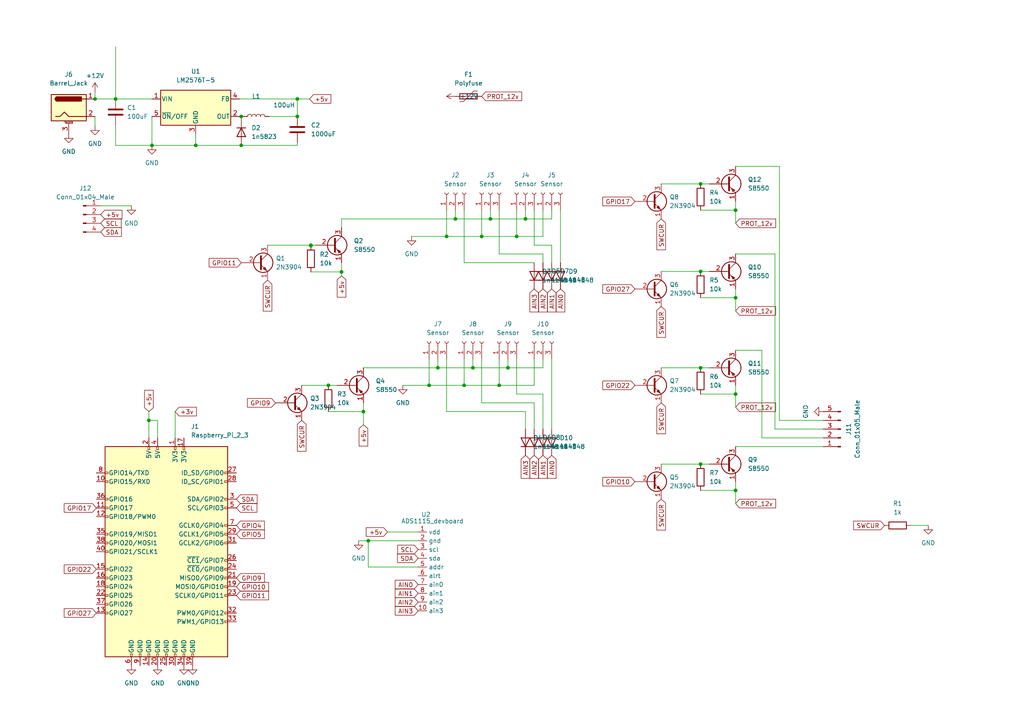
<source format=kicad_sch>
(kicad_sch (version 20211123) (generator eeschema)
  (paper "A4")
  (lib_symbols
    (symbol "Connector:Barrel_Jack_MountingPin" (pin_names hide)
      (property "Reference" "J6" (at 0 9.652 0))
      (property "Value" "Barrel_Jack" (at 0 7.112 0))
      (symbol "Barrel_Jack_MountingPin_0_1"
        (rectangle (start -5.08 3.81) (end 5.08 -3.81) (stroke (width 0.254)) (fill (type background)))
        (arc (start -3.302 3.175) (mid -3.937 2.54) (end -3.302 1.905) (stroke (width 0.254)))
        (arc (start -3.302 3.175) (mid -3.937 2.54) (end -3.302 1.905) (stroke (width 0.254)) (fill (type outline)))
        (polyline (pts (xy 5.08 2.54) (xy 3.81 2.54)) (stroke (width 0.254)))
        (polyline (pts (xy -3.81 -2.54) (xy -2.54 -2.54) (xy -1.27 -1.27) (xy 0 -2.54) (xy 2.54 -2.54) (xy 5.08 -2.54)) (stroke (width 0.254)))
        (rectangle (start 3.683 3.175) (end -3.302 1.905) (stroke (width 0.254)) (fill (type outline)))
      )
      (symbol "Barrel_Jack_MountingPin_1_1"
        (polyline (pts (xy -1.016 -4.572) (xy 1.016 -4.572)) (stroke (width 0.1524)))
        (text "Mounting" (at 0 -4.191 0) (effects (font (size 0.381 0.381))))
        (pin passive line (at 7.62 2.54 180) (length 2.54) (name "~") (number "1"))
        (pin passive line (at 7.62 -2.54 180) (length 2.54) (name "~") (number "2"))
        (pin passive line (at 0 -7.62 90) (length 3.048) (name "MountPin") (number "3"))
      )
    )
    (symbol "Connector:Conn_01x03_Female" (pin_names (offset 1.016) hide)
      (property "Reference" "J" (at 0 5.08 0))
      (property "Value" "Conn_01x03_Female" (at 0 -5.08 0))
      (symbol "Conn_01x03_Female_1_1"
        (arc (start 0 -2.032) (mid -0.508 -2.54) (end 0 -3.048) (stroke (width 0.1524)))
        (polyline (pts (xy -1.27 -2.54) (xy -0.508 -2.54)) (stroke (width 0.1524)))
        (polyline (pts (xy -1.27 0) (xy -0.508 0)) (stroke (width 0.1524)))
        (polyline (pts (xy -1.27 2.54) (xy -0.508 2.54)) (stroke (width 0.1524)))
        (arc (start 0 0.508) (mid -0.508 0) (end 0 -0.508) (stroke (width 0.1524)))
        (arc (start 0 3.048) (mid -0.508 2.54) (end 0 2.032) (stroke (width 0.1524)))
        (pin passive line (at -5.08 2.54 0) (length 3.81) (name "Pin_1") (number "1"))
        (pin passive line (at -5.08 0 0) (length 3.81) (name "Pin_2") (number "2"))
        (pin passive line (at -5.08 -2.54 0) (length 3.81) (name "Pin_3") (number "3"))
      )
    )
    (symbol "Connector:Conn_01x04_Male" (pin_names (offset 1.016) hide)
      (property "Reference" "J" (at 0 5.08 0))
      (property "Value" "Conn_01x04_Male" (at 0 -7.62 0))
      (symbol "Conn_01x04_Male_1_1"
        (polyline (pts (xy 1.27 -5.08) (xy 0.8636 -5.08)) (stroke (width 0.1524)))
        (polyline (pts (xy 1.27 -2.54) (xy 0.8636 -2.54)) (stroke (width 0.1524)))
        (polyline (pts (xy 1.27 0) (xy 0.8636 0)) (stroke (width 0.1524)))
        (polyline (pts (xy 1.27 2.54) (xy 0.8636 2.54)) (stroke (width 0.1524)))
        (rectangle (start 0.8636 -4.953) (end 0 -5.207) (stroke (width 0.1524)) (fill (type outline)))
        (rectangle (start 0.8636 -2.413) (end 0 -2.667) (stroke (width 0.1524)) (fill (type outline)))
        (rectangle (start 0.8636 0.127) (end 0 -0.127) (stroke (width 0.1524)) (fill (type outline)))
        (rectangle (start 0.8636 2.667) (end 0 2.413) (stroke (width 0.1524)) (fill (type outline)))
        (pin passive line (at 5.08 2.54 180) (length 3.81) (name "Pin_1") (number "1"))
        (pin passive line (at 5.08 0 180) (length 3.81) (name "Pin_2") (number "2"))
        (pin passive line (at 5.08 -2.54 180) (length 3.81) (name "Pin_3") (number "3"))
        (pin passive line (at 5.08 -5.08 180) (length 3.81) (name "Pin_4") (number "4"))
      )
    )
    (symbol "Connector:Conn_01x05_Male" (pin_names (offset 1.016) hide)
      (property "Reference" "J" (at 0 7.62 0))
      (property "Value" "Conn_01x05_Male" (at 0 -7.62 0))
      (symbol "Conn_01x05_Male_1_1"
        (polyline (pts (xy 1.27 -5.08) (xy 0.8636 -5.08)) (stroke (width 0.1524)))
        (polyline (pts (xy 1.27 -2.54) (xy 0.8636 -2.54)) (stroke (width 0.1524)))
        (polyline (pts (xy 1.27 0) (xy 0.8636 0)) (stroke (width 0.1524)))
        (polyline (pts (xy 1.27 2.54) (xy 0.8636 2.54)) (stroke (width 0.1524)))
        (polyline (pts (xy 1.27 5.08) (xy 0.8636 5.08)) (stroke (width 0.1524)))
        (rectangle (start 0.8636 -4.953) (end 0 -5.207) (stroke (width 0.1524)) (fill (type outline)))
        (rectangle (start 0.8636 -2.413) (end 0 -2.667) (stroke (width 0.1524)) (fill (type outline)))
        (rectangle (start 0.8636 0.127) (end 0 -0.127) (stroke (width 0.1524)) (fill (type outline)))
        (rectangle (start 0.8636 2.667) (end 0 2.413) (stroke (width 0.1524)) (fill (type outline)))
        (rectangle (start 0.8636 5.207) (end 0 4.953) (stroke (width 0.1524)) (fill (type outline)))
        (pin passive line (at 5.08 5.08 180) (length 3.81) (name "Pin_1") (number "1"))
        (pin passive line (at 5.08 2.54 180) (length 3.81) (name "Pin_2") (number "2"))
        (pin passive line (at 5.08 0 180) (length 3.81) (name "Pin_3") (number "3"))
        (pin passive line (at 5.08 -2.54 180) (length 3.81) (name "Pin_4") (number "4"))
        (pin passive line (at 5.08 -5.08 180) (length 3.81) (name "Pin_5") (number "5"))
      )
    )
    (symbol "Connector:Raspberry_Pi_2_3" (pin_names (offset 1.016))
      (property "Reference" "J" (at -17.78 31.75 0))
      (property "Value" "Raspberry_Pi_2_3" (at 10.16 -31.75 0))
      (symbol "Raspberry_Pi_2_3_0_1"
        (rectangle (start -17.78 30.48) (end 17.78 -30.48) (stroke (width 0.254)) (fill (type background)))
      )
      (symbol "Raspberry_Pi_2_3_1_1"
        (rectangle (start -16.891 -17.526) (end -17.78 -18.034))
        (rectangle (start -16.891 -14.986) (end -17.78 -15.494))
        (rectangle (start -16.891 -12.446) (end -17.78 -12.954))
        (rectangle (start -16.891 -9.906) (end -17.78 -10.414))
        (rectangle (start -16.891 -7.366) (end -17.78 -7.874))
        (rectangle (start -16.891 -4.826) (end -17.78 -5.334))
        (rectangle (start -16.891 0.254) (end -17.78 -0.254))
        (rectangle (start -16.891 2.794) (end -17.78 2.286))
        (rectangle (start -16.891 5.334) (end -17.78 4.826))
        (rectangle (start -16.891 10.414) (end -17.78 9.906))
        (rectangle (start -16.891 12.954) (end -17.78 12.446))
        (rectangle (start -16.891 15.494) (end -17.78 14.986))
        (rectangle (start -16.891 20.574) (end -17.78 20.066))
        (rectangle (start -16.891 23.114) (end -17.78 22.606))
        (rectangle (start -10.414 -29.591) (end -9.906 -30.48))
        (rectangle (start -7.874 -29.591) (end -7.366 -30.48))
        (rectangle (start -5.334 -29.591) (end -4.826 -30.48))
        (rectangle (start -5.334 30.48) (end -4.826 29.591))
        (rectangle (start -2.794 -29.591) (end -2.286 -30.48))
        (rectangle (start -2.794 30.48) (end -2.286 29.591))
        (rectangle (start -0.254 -29.591) (end 0.254 -30.48))
        (rectangle (start 2.286 -29.591) (end 2.794 -30.48))
        (rectangle (start 2.286 30.48) (end 2.794 29.591))
        (rectangle (start 4.826 -29.591) (end 5.334 -30.48))
        (rectangle (start 4.826 30.48) (end 5.334 29.591))
        (rectangle (start 7.366 -29.591) (end 7.874 -30.48))
        (rectangle (start 17.78 -20.066) (end 16.891 -20.574))
        (rectangle (start 17.78 -17.526) (end 16.891 -18.034))
        (rectangle (start 17.78 -12.446) (end 16.891 -12.954))
        (rectangle (start 17.78 -9.906) (end 16.891 -10.414))
        (rectangle (start 17.78 -7.366) (end 16.891 -7.874))
        (rectangle (start 17.78 -4.826) (end 16.891 -5.334))
        (rectangle (start 17.78 -2.286) (end 16.891 -2.794))
        (rectangle (start 17.78 2.794) (end 16.891 2.286))
        (rectangle (start 17.78 5.334) (end 16.891 4.826))
        (rectangle (start 17.78 7.874) (end 16.891 7.366))
        (rectangle (start 17.78 12.954) (end 16.891 12.446))
        (rectangle (start 17.78 15.494) (end 16.891 14.986))
        (rectangle (start 17.78 20.574) (end 16.891 20.066))
        (rectangle (start 17.78 23.114) (end 16.891 22.606))
        (pin power_in line (at 2.54 33.02 270) (length 2.54) (name "3V3") (number "1"))
        (pin bidirectional line (at -20.32 20.32 0) (length 2.54) (name "GPIO15/RXD") (number "10"))
        (pin bidirectional line (at -20.32 12.7 0) (length 2.54) (name "GPIO17") (number "11"))
        (pin bidirectional line (at -20.32 10.16 0) (length 2.54) (name "GPIO18/PWM0") (number "12"))
        (pin bidirectional line (at -20.32 -17.78 0) (length 2.54) (name "GPIO27") (number "13"))
        (pin power_in line (at -5.08 -33.02 90) (length 2.54) (name "GND") (number "14"))
        (pin bidirectional line (at -20.32 -5.08 0) (length 2.54) (name "GPIO22") (number "15"))
        (pin bidirectional line (at -20.32 -7.62 0) (length 2.54) (name "GPIO23") (number "16"))
        (pin power_in line (at 5.08 33.02 270) (length 2.54) (name "3V3") (number "17"))
        (pin bidirectional line (at -20.32 -10.16 0) (length 2.54) (name "GPIO24") (number "18"))
        (pin bidirectional line (at 20.32 -10.16 180) (length 2.54) (name "MOSI0/GPIO10") (number "19"))
        (pin power_in line (at -5.08 33.02 270) (length 2.54) (name "5V") (number "2"))
        (pin power_in line (at -2.54 -33.02 90) (length 2.54) (name "GND") (number "20"))
        (pin bidirectional line (at 20.32 -7.62 180) (length 2.54) (name "MISO0/GPIO9") (number "21"))
        (pin bidirectional line (at -20.32 -12.7 0) (length 2.54) (name "GPIO25") (number "22"))
        (pin bidirectional line (at 20.32 -12.7 180) (length 2.54) (name "SCLK0/GPIO11") (number "23"))
        (pin bidirectional line (at 20.32 -5.08 180) (length 2.54) (name "~{CE0}/GPIO8") (number "24"))
        (pin power_in line (at 0 -33.02 90) (length 2.54) (name "GND") (number "25"))
        (pin bidirectional line (at 20.32 -2.54 180) (length 2.54) (name "~{CE1}/GPIO7") (number "26"))
        (pin bidirectional line (at 20.32 22.86 180) (length 2.54) (name "ID_SD/GPIO0") (number "27"))
        (pin bidirectional line (at 20.32 20.32 180) (length 2.54) (name "ID_SC/GPIO1") (number "28"))
        (pin bidirectional line (at 20.32 5.08 180) (length 2.54) (name "GCLK1/GPIO5") (number "29"))
        (pin bidirectional line (at 20.32 15.24 180) (length 2.54) (name "SDA/GPIO2") (number "3"))
        (pin power_in line (at 2.54 -33.02 90) (length 2.54) (name "GND") (number "30"))
        (pin bidirectional line (at 20.32 2.54 180) (length 2.54) (name "GCLK2/GPIO6") (number "31"))
        (pin bidirectional line (at 20.32 -17.78 180) (length 2.54) (name "PWM0/GPIO12") (number "32"))
        (pin bidirectional line (at 20.32 -20.32 180) (length 2.54) (name "PWM1/GPIO13") (number "33"))
        (pin power_in line (at 5.08 -33.02 90) (length 2.54) (name "GND") (number "34"))
        (pin bidirectional line (at -20.32 5.08 0) (length 2.54) (name "GPIO19/MISO1") (number "35"))
        (pin bidirectional line (at -20.32 15.24 0) (length 2.54) (name "GPIO16") (number "36"))
        (pin bidirectional line (at -20.32 -15.24 0) (length 2.54) (name "GPIO26") (number "37"))
        (pin bidirectional line (at -20.32 2.54 0) (length 2.54) (name "GPIO20/MOSI1") (number "38"))
        (pin power_in line (at 7.62 -33.02 90) (length 2.54) (name "GND") (number "39"))
        (pin power_in line (at -2.54 33.02 270) (length 2.54) (name "5V") (number "4"))
        (pin bidirectional line (at -20.32 0 0) (length 2.54) (name "GPIO21/SCLK1") (number "40"))
        (pin bidirectional line (at 20.32 12.7 180) (length 2.54) (name "SCL/GPIO3") (number "5"))
        (pin power_in line (at -10.16 -33.02 90) (length 2.54) (name "GND") (number "6"))
        (pin bidirectional line (at 20.32 7.62 180) (length 2.54) (name "GCLK0/GPIO4") (number "7"))
        (pin bidirectional line (at -20.32 22.86 0) (length 2.54) (name "GPIO14/TXD") (number "8"))
        (pin power_in line (at -7.62 -33.02 90) (length 2.54) (name "GND") (number "9"))
      )
    )
    (symbol "Custom:ADS1115_devboard"
      (property "Reference" "U" (at 0 2.54 0))
      (property "Value" "ADS1115_devboard" (at 0 0 0))
      (symbol "ADS1115_devboard_0_0"
        (pin power_in line (at 0 -3.81 0) (length 2.54) (name "vdd") (number "1"))
        (pin input line (at 0 -26.67 0) (length 2.54) (name "ain3") (number "10"))
        (pin power_in line (at 0 -6.35 0) (length 2.54) (name "gnd") (number "2"))
        (pin bidirectional line (at 0 -8.89 0) (length 2.54) (name "scl") (number "3"))
        (pin bidirectional line (at 0 -11.43 0) (length 2.54) (name "sda") (number "4"))
        (pin input line (at 0 -13.97 0) (length 2.54) (name "addr") (number "5"))
        (pin output line (at 0 -16.51 0) (length 2.54) (name "alrt") (number "6"))
        (pin input line (at 0 -19.05 0) (length 2.54) (name "ain0") (number "7"))
        (pin input line (at 0 -21.59 0) (length 2.54) (name "ain1") (number "8"))
        (pin input line (at 0 -24.13 0) (length 2.54) (name "ain2") (number "9"))
      )
    )
    (symbol "Device:C" (pin_numbers hide) (pin_names (offset 0.254))
      (property "Reference" "C" (at 0.635 2.54 0))
      (property "Value" "C" (at 0.635 -2.54 0))
      (symbol "C_0_1"
        (polyline (pts (xy -2.032 -0.762) (xy 2.032 -0.762)) (stroke (width 0.508)))
        (polyline (pts (xy -2.032 0.762) (xy 2.032 0.762)) (stroke (width 0.508)))
      )
      (symbol "C_1_1"
        (pin passive line (at 0 3.81 270) (length 2.794) (name "~") (number "1"))
        (pin passive line (at 0 -3.81 90) (length 2.794) (name "~") (number "2"))
      )
    )
    (symbol "Device:D" (pin_numbers hide) (pin_names (offset 1.016) hide)
      (property "Reference" "D" (at 0 2.54 0))
      (property "Value" "D" (at 0 -2.54 0))
      (symbol "D_0_1"
        (polyline (pts (xy -1.27 1.27) (xy -1.27 -1.27)) (stroke (width 0.254)))
        (polyline (pts (xy 1.27 0) (xy -1.27 0)))
        (polyline (pts (xy 1.27 1.27) (xy 1.27 -1.27) (xy -1.27 0) (xy 1.27 1.27)) (stroke (width 0.254)))
      )
      (symbol "D_1_1"
        (pin passive line (at -3.81 0 0) (length 2.54) (name "K") (number "1"))
        (pin passive line (at 3.81 0 180) (length 2.54) (name "A") (number "2"))
      )
    )
    (symbol "Device:L" (pin_numbers hide) (pin_names (offset 1.016) hide)
      (property "Reference" "L" (at -1.27 0 90))
      (property "Value" "L" (at 1.905 0 90))
      (symbol "L_0_1"
        (arc (start 0 -2.54) (mid 0.635 -1.905) (end 0 -1.27))
        (arc (start 0 -1.27) (mid 0.635 -0.635) (end 0 0))
        (arc (start 0 0) (mid 0.635 0.635) (end 0 1.27))
        (arc (start 0 1.27) (mid 0.635 1.905) (end 0 2.54))
      )
      (symbol "L_1_1"
        (pin passive line (at 0 3.81 270) (length 1.27) (name "1") (number "1"))
        (pin passive line (at 0 -3.81 90) (length 1.27) (name "2") (number "2"))
      )
    )
    (symbol "Device:Polyfuse" (pin_numbers hide) (pin_names (offset 0))
      (property "Reference" "F" (at -2.54 0 90))
      (property "Value" "Polyfuse" (at 2.54 0 90))
      (symbol "Polyfuse_0_1"
        (rectangle (start -0.762 2.54) (end 0.762 -2.54) (stroke (width 0.254)))
        (polyline (pts (xy 0 2.54) (xy 0 -2.54)))
        (polyline (pts (xy -1.524 2.54) (xy -1.524 1.524) (xy 1.524 -1.524) (xy 1.524 -2.54)))
      )
      (symbol "Polyfuse_1_1"
        (pin passive line (at 0 3.81 270) (length 1.27) (name "~") (number "1"))
        (pin passive line (at 0 -3.81 90) (length 1.27) (name "~") (number "2"))
      )
    )
    (symbol "Device:R" (pin_numbers hide) (pin_names (offset 0))
      (property "Reference" "R" (at 2.032 0 90))
      (property "Value" "R" (at 0 0 90))
      (symbol "R_0_1"
        (rectangle (start -1.016 -2.54) (end 1.016 2.54) (stroke (width 0.254)))
      )
      (symbol "R_1_1"
        (pin passive line (at 0 3.81 270) (length 1.27) (name "~") (number "1"))
        (pin passive line (at 0 -3.81 90) (length 1.27) (name "~") (number "2"))
      )
    )
    (symbol "Regulator_Switching:LM2576T-5" (pin_names (offset 0.254))
      (property "Reference" "U" (at -10.16 6.35 0))
      (property "Value" "LM2576T-5" (at 0 6.35 0))
      (symbol "LM2576T-5_0_1"
        (rectangle (start -10.16 5.08) (end 10.16 -5.08) (stroke (width 0.254)) (fill (type background)))
      )
      (symbol "LM2576T-5_1_1"
        (pin power_in line (at -12.7 2.54 0) (length 2.54) (name "VIN") (number "1"))
        (pin output line (at 12.7 -2.54 180) (length 2.54) (name "OUT") (number "2"))
        (pin power_in line (at 0 -7.62 90) (length 2.54) (name "GND") (number "3"))
        (pin input line (at 12.7 2.54 180) (length 2.54) (name "FB") (number "4"))
        (pin input line (at -12.7 -2.54 0) (length 2.54) (name "~{ON}/OFF") (number "5"))
      )
    )
    (symbol "Transistor_BJT:2N3904" (pin_names (offset 0) hide)
      (property "Reference" "Q" (at 5.08 1.905 0))
      (property "Value" "2N3904" (at 5.08 0 0))
      (symbol "2N3904_0_1"
        (polyline (pts (xy 0.635 0.635) (xy 2.54 2.54)))
        (polyline (pts (xy 0.635 -0.635) (xy 2.54 -2.54) (xy 2.54 -2.54)))
        (polyline (pts (xy 0.635 1.905) (xy 0.635 -1.905) (xy 0.635 -1.905)) (stroke (width 0.508)))
        (polyline (pts (xy 1.27 -1.778) (xy 1.778 -1.27) (xy 2.286 -2.286) (xy 1.27 -1.778) (xy 1.27 -1.778)) (fill (type outline)))
        (circle (center 1.27 0) (radius 2.8194) (stroke (width 0.254)))
      )
      (symbol "2N3904_1_1"
        (pin passive line (at 2.54 -5.08 90) (length 2.54) (name "E") (number "1"))
        (pin passive line (at -5.08 0 0) (length 5.715) (name "B") (number "2"))
        (pin passive line (at 2.54 5.08 270) (length 2.54) (name "C") (number "3"))
      )
    )
    (symbol "Transistor_BJT:S8550" (pin_names (offset 0) hide)
      (property "Reference" "Q" (at 5.08 1.905 0))
      (property "Value" "S8550" (at 5.08 0 0))
      (symbol "S8550_0_1"
        (polyline (pts (xy 0 0) (xy 0.635 0)))
        (polyline (pts (xy 2.54 -2.54) (xy 0.635 -0.635)))
        (polyline (pts (xy 2.54 2.54) (xy 0.635 0.635)))
        (polyline (pts (xy 0.635 1.905) (xy 0.635 -1.905) (xy 0.635 -1.905)) (stroke (width 0.508)) (fill (type outline)))
        (polyline (pts (xy 1.778 -2.286) (xy 2.286 -1.778) (xy 1.27 -1.27) (xy 1.778 -2.286) (xy 1.778 -2.286)) (fill (type outline)))
        (circle (center 1.27 0) (radius 2.8194) (stroke (width 0.254)))
      )
      (symbol "S8550_1_1"
        (pin passive line (at 2.54 -5.08 90) (length 2.54) (name "E") (number "1"))
        (pin input line (at -5.08 0 0) (length 5.08) (name "B") (number "2"))
        (pin passive line (at 2.54 5.08 270) (length 2.54) (name "C") (number "3"))
      )
    )
    (symbol "power:+12V" (power) (pin_names (offset 0))
      (property "Value" "+12V" (at 0 3.556 0))
      (symbol "+12V_0_1"
        (polyline (pts (xy -0.762 1.27) (xy 0 2.54)))
        (polyline (pts (xy 0 0) (xy 0 2.54)))
        (polyline (pts (xy 0 2.54) (xy 0.762 1.27)))
      )
      (symbol "+12V_1_1"
        (pin power_in line (at 0 0 90) (length 0) hide (name "+12V") (number "1"))
      )
    )
    (symbol "power:GND" (power) (pin_names (offset 0))
      (property "Value" "GND" (at 0 -3.81 0))
      (symbol "GND_0_1"
        (polyline (pts (xy 0 0) (xy 0 -1.27) (xy 1.27 -1.27) (xy 0 -2.54) (xy -1.27 -1.27) (xy 0 -1.27)))
      )
      (symbol "GND_1_1"
        (pin power_in line (at 0 0 270) (length 0) hide (name "GND") (number "1"))
      )
    )
  )
  (junction (at 144.78 111.76))
  (junction (at 56.769 42.164))
  (junction (at 99.06 78.867))
  (junction (at 203.2 53.34))
  (junction (at 213.36 60.96))
  (junction (at 213.36 86.36))
  (junction (at 147.32 106.68))
  (junction (at 137.16 106.68))
  (junction (at 69.977 33.782))
  (junction (at 129.54 68.58))
  (junction (at 213.36 142.24))
  (junction (at 86.233 33.782))
  (junction (at 105.41 119.38))
  (junction (at 132.08 63.5))
  (junction (at 203.2 134.62))
  (junction (at 142.24 63.5))
  (junction (at 106.807 156.845))
  (junction (at 90.17 71.12))
  (junction (at 127 106.68))
  (junction (at 69.977 42.164))
  (junction (at 203.2 106.68))
  (junction (at 139.7 68.58))
  (junction (at 203.2 78.74))
  (junction (at 27.559 28.702))
  (junction (at 124.46 111.76))
  (junction (at 149.86 68.58))
  (junction (at 213.36 114.3))
  (junction (at 86.233 28.702))
  (junction (at 44.069 42.164))
  (junction (at 95.25 111.76))
  (junction (at 43.18 121.92))
  (junction (at 152.4 63.5))
  (junction (at 134.62 111.76))
  (junction (at 33.528 28.702))
  (junction (at 90.17 71.247))
  (wire (pts (xy 213.36 114.3) (xy 213.36 111.76)))
  (wire (pts (xy 203.2 60.96) (xy 213.36 60.96)))
  (wire (pts (xy 104.013 156.845) (xy 106.807 156.845)))
  (wire (pts (xy 213.36 142.24) (xy 213.36 139.7)))
  (wire (pts (xy 191.77 53.34) (xy 203.2 53.34)))
  (wire (pts (xy 137.16 106.68) (xy 147.32 106.68)))
  (wire (pts (xy 95.25 111.76) (xy 97.79 111.76)))
  (wire (pts (xy 69.977 33.782) (xy 69.977 34.544)))
  (wire (pts (xy 129.54 104.14) (xy 129.54 119.38)))
  (wire (pts (xy 157.48 76.2) (xy 157.48 73.66)))
  (wire (pts (xy 213.36 129.54) (xy 238.76 129.54)))
  (wire (pts (xy 87.503 111.76) (xy 95.25 111.76)))
  (wire (pts (xy 45.72 121.92) (xy 43.18 121.92)))
  (wire (pts (xy 157.48 114.3) (xy 157.48 124.46)))
  (wire (pts (xy 203.2 142.24) (xy 213.36 142.24)))
  (wire (pts (xy 238.76 121.92) (xy 226.06 121.92)))
  (wire (pts (xy 99.06 76.2) (xy 99.06 78.867)))
  (wire (pts (xy 33.528 42.164) (xy 44.069 42.164)))
  (wire (pts (xy 106.807 164.465) (xy 121.285 164.465)))
  (wire (pts (xy 99.06 63.5) (xy 132.08 63.5)))
  (wire (pts (xy 149.86 68.58) (xy 149.86 60.96)))
  (wire (pts (xy 157.48 104.14) (xy 157.48 106.68)))
  (wire (pts (xy 203.2 134.62) (xy 205.74 134.62)))
  (wire (pts (xy 203.2 106.68) (xy 205.74 106.68)))
  (wire (pts (xy 152.4 63.5) (xy 160.02 63.5)))
  (wire (pts (xy 105.41 123.19) (xy 105.41 119.38)))
  (wire (pts (xy 44.069 42.164) (xy 56.769 42.164)))
  (wire (pts (xy 124.46 111.76) (xy 134.62 111.76)))
  (wire (pts (xy 86.233 41.402) (xy 86.233 42.164)))
  (wire (pts (xy 132.08 60.96) (xy 132.08 63.5)))
  (wire (pts (xy 220.98 101.6) (xy 220.98 127)))
  (wire (pts (xy 43.18 121.92) (xy 43.18 127)))
  (wire (pts (xy 137.16 104.14) (xy 137.16 106.68)))
  (wire (pts (xy 44.069 33.782) (xy 44.069 42.164)))
  (wire (pts (xy 69.469 33.782) (xy 69.977 33.782)))
  (wire (pts (xy 134.62 76.2) (xy 134.62 60.96)))
  (wire (pts (xy 56.769 42.164) (xy 69.977 42.164)))
  (wire (pts (xy 160.02 104.14) (xy 160.02 124.46)))
  (wire (pts (xy 203.2 53.34) (xy 205.74 53.34)))
  (wire (pts (xy 157.48 68.58) (xy 157.48 60.96)))
  (wire (pts (xy 86.233 28.702) (xy 86.233 33.782)))
  (wire (pts (xy 191.77 106.68) (xy 203.2 106.68)))
  (wire (pts (xy 203.2 78.74) (xy 205.74 78.74)))
  (wire (pts (xy 33.528 28.702) (xy 44.069 28.702)))
  (wire (pts (xy 213.36 86.36) (xy 213.36 83.82)))
  (wire (pts (xy 95.25 119.38) (xy 105.41 119.38)))
  (wire (pts (xy 99.06 78.867) (xy 99.06 80.01)))
  (wire (pts (xy 106.807 156.845) (xy 121.285 156.845)))
  (wire (pts (xy 29.21 59.69) (xy 38.1 59.69)))
  (wire (pts (xy 213.36 73.66) (xy 224.771 73.66)))
  (wire (pts (xy 149.86 104.14) (xy 149.86 114.3)))
  (wire (pts (xy 112.395 154.305) (xy 121.285 154.305)))
  (wire (pts (xy 154.94 76.2) (xy 134.62 76.2)))
  (wire (pts (xy 50.8 119.38) (xy 50.8 127)))
  (wire (pts (xy 139.7 68.58) (xy 139.7 60.96)))
  (wire (pts (xy 226.06 121.92) (xy 226.06 48.26)))
  (wire (pts (xy 147.32 106.68) (xy 157.48 106.68)))
  (wire (pts (xy 90.17 71.12) (xy 91.44 71.12)))
  (wire (pts (xy 147.32 104.14) (xy 147.32 106.68)))
  (wire (pts (xy 77.597 71.12) (xy 90.17 71.12)))
  (wire (pts (xy 160.02 60.96) (xy 160.02 63.5)))
  (wire (pts (xy 142.24 60.96) (xy 142.24 63.5)))
  (wire (pts (xy 144.78 111.76) (xy 144.78 104.14)))
  (wire (pts (xy 86.233 42.164) (xy 69.977 42.164)))
  (wire (pts (xy 129.54 68.58) (xy 139.7 68.58)))
  (wire (pts (xy 160.02 71.12) (xy 154.94 71.12)))
  (wire (pts (xy 129.54 68.58) (xy 129.54 60.96)))
  (wire (pts (xy 139.7 104.14) (xy 139.7 116.84)))
  (wire (pts (xy 152.4 119.38) (xy 152.4 124.46)))
  (wire (pts (xy 213.36 101.6) (xy 220.98 101.6)))
  (wire (pts (xy 90.17 71.247) (xy 90.17 71.12)))
  (wire (pts (xy 134.62 111.76) (xy 144.78 111.76)))
  (wire (pts (xy 116.84 111.76) (xy 124.46 111.76)))
  (wire (pts (xy 27.559 28.702) (xy 33.528 28.702)))
  (wire (pts (xy 33.528 36.322) (xy 33.528 42.164)))
  (wire (pts (xy 27.559 33.782) (xy 27.559 36.576)))
  (wire (pts (xy 139.7 68.58) (xy 149.86 68.58)))
  (wire (pts (xy 99.06 63.5) (xy 99.06 66.04)))
  (wire (pts (xy 86.233 28.702) (xy 89.789 28.702)))
  (wire (pts (xy 213.36 60.96) (xy 213.36 64.77)))
  (wire (pts (xy 203.2 86.36) (xy 213.36 86.36)))
  (wire (pts (xy 226.06 48.26) (xy 213.36 48.26)))
  (wire (pts (xy 134.62 111.76) (xy 134.62 104.14)))
  (wire (pts (xy 149.86 114.3) (xy 157.48 114.3)))
  (wire (pts (xy 142.24 63.5) (xy 152.4 63.5)))
  (wire (pts (xy 213.36 58.42) (xy 213.36 60.96)))
  (wire (pts (xy 132.08 63.5) (xy 142.24 63.5)))
  (wire (pts (xy 224.771 124.46) (xy 238.76 124.46)))
  (wire (pts (xy 203.2 114.3) (xy 213.36 114.3)))
  (wire (pts (xy 264.16 152.4) (xy 269.24 152.4)))
  (wire (pts (xy 45.72 127) (xy 45.72 121.92)))
  (wire (pts (xy 154.94 71.12) (xy 154.94 60.96)))
  (wire (pts (xy 162.56 60.96) (xy 162.56 76.2)))
  (wire (pts (xy 191.77 134.62) (xy 203.2 134.62)))
  (wire (pts (xy 224.771 73.66) (xy 224.771 124.46)))
  (wire (pts (xy 127 106.68) (xy 137.16 106.68)))
  (wire (pts (xy 144.78 111.76) (xy 154.94 111.76)))
  (wire (pts (xy 160.02 76.2) (xy 160.02 71.12)))
  (wire (pts (xy 90.17 78.867) (xy 99.06 78.867)))
  (wire (pts (xy 56.769 38.862) (xy 56.769 42.164)))
  (wire (pts (xy 86.233 33.782) (xy 78.105 33.782)))
  (wire (pts (xy 157.48 73.66) (xy 144.78 73.66)))
  (wire (pts (xy 124.46 111.76) (xy 124.46 104.14)))
  (wire (pts (xy 154.94 116.84) (xy 154.94 124.46)))
  (wire (pts (xy 33.528 13.589) (xy 33.528 28.702)))
  (wire (pts (xy 213.36 90.17) (xy 213.36 86.36)))
  (wire (pts (xy 43.18 119.38) (xy 43.18 121.92)))
  (wire (pts (xy 127 104.14) (xy 127 106.68)))
  (wire (pts (xy 105.41 106.68) (xy 127 106.68)))
  (wire (pts (xy 139.7 116.84) (xy 154.94 116.84)))
  (wire (pts (xy 191.77 78.74) (xy 203.2 78.74)))
  (wire (pts (xy 69.977 33.782) (xy 70.485 33.782)))
  (wire (pts (xy 27.559 26.543) (xy 27.559 28.702)))
  (wire (pts (xy 154.94 111.76) (xy 154.94 104.14)))
  (wire (pts (xy 106.807 156.845) (xy 106.807 164.465)))
  (wire (pts (xy 105.41 119.38) (xy 105.41 116.84)))
  (wire (pts (xy 119.38 68.58) (xy 129.54 68.58)))
  (wire (pts (xy 213.36 146.05) (xy 213.36 142.24)))
  (wire (pts (xy 220.98 127) (xy 238.76 127)))
  (wire (pts (xy 149.86 68.58) (xy 157.48 68.58)))
  (wire (pts (xy 129.54 119.38) (xy 152.4 119.38)))
  (wire (pts (xy 144.78 73.66) (xy 144.78 60.96)))
  (wire (pts (xy 152.4 60.96) (xy 152.4 63.5)))
  (wire (pts (xy 69.469 28.702) (xy 86.233 28.702)))
  (wire (pts (xy 213.36 118.11) (xy 213.36 114.3)))
  (global_label "GPIO9" (shape input) (at 68.58 167.64 0) (property "Intersheet References" "${INTERSHEET_REFS}" (effects hide)))
  (global_label "SWCUR" (shape input) (at 191.77 116.84 270) (property "Intersheet References" "${INTERSHEET_REFS}" (effects hide)))
  (global_label "PROT_12v" (shape input) (at 213.36 64.77 0) (property "Intersheet References" "${INTERSHEET_REFS}" (effects hide)))
  (global_label "PROT_12v" (shape input) (at 213.36 146.05 0) (property "Intersheet References" "${INTERSHEET_REFS}" (effects hide)))
  (global_label "SCL" (shape input) (at 121.285 159.385 180) (property "Intersheet References" "${INTERSHEET_REFS}" (effects hide)))
  (global_label "AIN1" (shape input) (at 160.02 83.82 270) (property "Intersheet References" "${INTERSHEET_REFS}" (effects hide)))
  (global_label "AIN0" (shape input) (at 121.285 169.545 180) (property "Intersheet References" "${INTERSHEET_REFS}" (effects hide)))
  (global_label "GPIO22" (shape input) (at 27.94 165.1 180) (property "Intersheet References" "${INTERSHEET_REFS}" (effects hide)))
  (global_label "GPIO27" (shape input) (at 184.15 83.82 180) (property "Intersheet References" "${INTERSHEET_REFS}" (effects hide)))
  (global_label "GPIO5" (shape input) (at 68.58 154.94 0) (property "Intersheet References" "${INTERSHEET_REFS}" (effects hide)))
  (global_label "GPIO11" (shape input) (at 68.58 172.72 0) (property "Intersheet References" "${INTERSHEET_REFS}" (effects hide)))
  (global_label "GPIO10" (shape input) (at 184.15 139.7 180) (property "Intersheet References" "${INTERSHEET_REFS}" (effects hide)))
  (global_label "GPIO9" (shape input) (at 79.883 116.84 180) (property "Intersheet References" "${INTERSHEET_REFS}" (effects hide)))
  (global_label "+3v" (shape input) (at 50.8 119.38 0) (property "Intersheet References" "${INTERSHEET_REFS}" (effects hide)))
  (global_label "AIN3" (shape input) (at 121.285 177.165 180) (property "Intersheet References" "${INTERSHEET_REFS}" (effects hide)))
  (global_label "AIN1" (shape input) (at 157.48 132.08 270) (property "Intersheet References" "${INTERSHEET_REFS}" (effects hide)))
  (global_label "AIN0" (shape input) (at 162.56 83.82 270) (property "Intersheet References" "${INTERSHEET_REFS}" (effects hide)))
  (global_label "PROT_12v" (shape input) (at 139.7 27.94 0) (property "Intersheet References" "${INTERSHEET_REFS}" (effects hide)))
  (global_label "+5v" (shape input) (at 112.395 154.305 180) (property "Intersheet References" "${INTERSHEET_REFS}" (effects hide)))
  (global_label "+5v" (shape input) (at 105.41 123.19 270) (property "Intersheet References" "${INTERSHEET_REFS}" (effects hide)))
  (global_label "PROT_12v" (shape input) (at 213.36 90.17 0) (property "Intersheet References" "${INTERSHEET_REFS}" (effects hide)))
  (global_label "SCL" (shape input) (at 29.21 64.77 0) (property "Intersheet References" "${INTERSHEET_REFS}" (effects hide)))
  (global_label "GPIO22" (shape input) (at 184.15 111.76 180) (property "Intersheet References" "${INTERSHEET_REFS}" (effects hide)))
  (global_label "AIN2" (shape input) (at 154.94 132.08 270) (property "Intersheet References" "${INTERSHEET_REFS}" (effects hide)))
  (global_label "+5v" (shape input) (at 99.06 80.01 270) (property "Intersheet References" "${INTERSHEET_REFS}" (effects hide)))
  (global_label "SDA" (shape input) (at 121.285 161.925 180) (property "Intersheet References" "${INTERSHEET_REFS}" (effects hide)))
  (global_label "AIN2" (shape input) (at 121.285 174.625 180) (property "Intersheet References" "${INTERSHEET_REFS}" (effects hide)))
  (global_label "AIN0" (shape input) (at 160.02 132.08 270) (property "Intersheet References" "${INTERSHEET_REFS}" (effects hide)))
  (global_label "AIN3" (shape input) (at 154.94 83.82 270) (property "Intersheet References" "${INTERSHEET_REFS}" (effects hide)))
  (global_label "+5v" (shape input) (at 43.18 119.38 90) (property "Intersheet References" "${INTERSHEET_REFS}" (effects hide)))
  (global_label "SDA" (shape input) (at 68.58 144.78 0) (property "Intersheet References" "${INTERSHEET_REFS}" (effects hide)))
  (global_label "SWCUR" (shape input) (at 256.54 152.4 180) (property "Intersheet References" "${INTERSHEET_REFS}" (effects hide)))
  (global_label "GPIO10" (shape input) (at 68.58 170.18 0) (property "Intersheet References" "${INTERSHEET_REFS}" (effects hide)))
  (global_label "AIN1" (shape input) (at 121.285 172.085 180) (property "Intersheet References" "${INTERSHEET_REFS}" (effects hide)))
  (global_label "+5v" (shape input) (at 89.789 28.702 0) (property "Intersheet References" "${INTERSHEET_REFS}" (effects hide)))
  (global_label "SWCUR" (shape input) (at 77.597 81.28 270) (property "Intersheet References" "${INTERSHEET_REFS}" (effects hide)))
  (global_label "GPIO27" (shape input) (at 27.94 177.8 180) (property "Intersheet References" "${INTERSHEET_REFS}" (effects hide)))
  (global_label "GPIO11" (shape input) (at 69.977 76.2 180) (property "Intersheet References" "${INTERSHEET_REFS}" (effects hide)))
  (global_label "AIN2" (shape input) (at 157.48 83.82 270) (property "Intersheet References" "${INTERSHEET_REFS}" (effects hide)))
  (global_label "SWCUR" (shape input) (at 191.77 88.9 270) (property "Intersheet References" "${INTERSHEET_REFS}" (effects hide)))
  (global_label "GPIO17" (shape input) (at 184.15 58.42 180) (property "Intersheet References" "${INTERSHEET_REFS}" (effects hide)))
  (global_label "PROT_12v" (shape input) (at 213.36 118.11 0) (property "Intersheet References" "${INTERSHEET_REFS}" (effects hide)))
  (global_label "GPIO17" (shape input) (at 27.94 147.32 180) (property "Intersheet References" "${INTERSHEET_REFS}" (effects hide)))
  (global_label "SWCUR" (shape input) (at 191.77 144.78 270) (property "Intersheet References" "${INTERSHEET_REFS}" (effects hide)))
  (global_label "SWCUR" (shape input) (at 87.503 121.92 270) (property "Intersheet References" "${INTERSHEET_REFS}" (effects hide)))
  (global_label "SWCUR" (shape input) (at 191.77 63.5 270) (property "Intersheet References" "${INTERSHEET_REFS}" (effects hide)))
  (global_label "SCL" (shape input) (at 68.58 147.32 0) (property "Intersheet References" "${INTERSHEET_REFS}" (effects hide)))
  (global_label "+5v" (shape input) (at 29.21 62.23 0) (property "Intersheet References" "${INTERSHEET_REFS}" (effects hide)))
  (global_label "AIN3" (shape input) (at 152.4 132.08 270) (property "Intersheet References" "${INTERSHEET_REFS}" (effects hide)))
  (global_label "GPIO4" (shape input) (at 68.58 152.4 0) (property "Intersheet References" "${INTERSHEET_REFS}" (effects hide)))
  (global_label "SDA" (shape input) (at 29.21 67.31 0) (property "Intersheet References" "${INTERSHEET_REFS}" (effects hide)))
  (symbol (lib_id "Connector:Conn_01x03_Female") (at 147.32 99.06 90) (unit 1)
    (property "Reference" "J9" (at 147.32 93.98 90))
    (property "Value" "Sensor" (at 147.32 96.52 90))
    (property "Footprint" "Connector_PinHeader_2.54mm:PinHeader_1x03_P2.54mm_Vertical" (effects hide))
  )
  (symbol (lib_id "Connector:Conn_01x03_Female") (at 132.08 55.88 90) (unit 1)
    (property "Reference" "J2" (at 132.08 50.8 90))
    (property "Value" "Sensor" (at 132.08 53.34 90))
    (property "Footprint" "Connector_PinHeader_2.54mm:PinHeader_1x03_P2.54mm_Vertical" (effects hide))
  )
  (symbol (lib_id "Transistor_BJT:S8550") (at 210.82 53.34 0) (unit 1)
    (property "Reference" "Q12" (at 216.916 52.0699 0) (effects (justify left)))
    (property "Value" "S8550" (at 216.916 54.6099 0) (effects (justify left)))
    (property "Footprint" "Package_TO_SOT_THT:TO-92_Inline" (effects hide))
    (property "Datasheet" "http://www.unisonic.com.tw/datasheet/S8550.pdf" (effects hide))
  )
  (symbol (lib_id "Connector:Barrel_Jack_MountingPin") (at 19.939 31.242 0) (unit 1)
    (property "Reference" "J6" (at 19.939 21.59 0))
    (property "Value" "Barrel_Jack" (at 19.939 24.13 0))
    (property "Footprint" "Connector_BarrelJack:BarrelJack_CUI_PJ-102AH_Horizontal" (effects hide))
  )
  (symbol (lib_id "Connector:Conn_01x03_Female") (at 157.48 99.06 90) (unit 1)
    (property "Reference" "J10" (at 157.48 93.98 90))
    (property "Value" "Sensor" (at 157.48 96.52 90))
    (property "Footprint" "Connector_PinHeader_2.54mm:PinHeader_1x03_P2.54mm_Vertical" (effects hide))
  )
  (symbol (lib_id "power:GND") (at 38.1 59.69 0) (unit 1)
    (property "Reference" "#PWR0115" (effects hide))
    (property "Value" "GND" (at 38.1 64.77 0))
  )
  (symbol (lib_id "Connector:Conn_01x03_Female") (at 137.16 99.06 90) (unit 1)
    (property "Reference" "J8" (at 137.16 93.98 90))
    (property "Value" "Sensor" (at 137.16 96.52 90))
    (property "Footprint" "Connector_PinHeader_2.54mm:PinHeader_1x03_P2.54mm_Vertical" (effects hide))
  )
  (symbol (lib_id "power:GND") (at 19.939 38.862 0) (unit 1)
    (property "Reference" "#PWR0108" (effects hide))
    (property "Value" "GND" (at 19.939 43.942 0))
  )
  (symbol (lib_id "Connector:Conn_01x03_Female") (at 142.24 55.88 90) (unit 1)
    (property "Reference" "J3" (at 142.24 50.8 90))
    (property "Value" "Sensor" (at 142.24 53.34 90))
    (property "Footprint" "Connector_PinHeader_2.54mm:PinHeader_1x03_P2.54mm_Vertical" (effects hide))
  )
  (symbol (lib_id "power:GND") (at 269.24 152.4 0) (unit 1)
    (property "Reference" "#PWR0106" (effects hide))
    (property "Value" "GND" (at 269.24 157.48 0))
  )
  (symbol (lib_id "power:GND") (at 45.72 193.04 0) (unit 1)
    (property "Reference" "#PWR0114" (effects hide))
    (property "Value" "GND" (at 45.72 198.12 0))
  )
  (symbol (lib_id "Device:L") (at 74.295 33.782 90) (unit 1)
    (property "Reference" "L1" (at 74.295 27.94 90))
    (property "Value" "100uH" (at 82.423 30.48 90))
    (property "Footprint" "Inductor_THT:L_Radial_D12.0mm_P10.00mm_Neosid_SD12_style1" (effects hide))
  )
  (symbol (lib_id "Transistor_BJT:2N3904") (at 75.057 76.2 0) (unit 1)
    (property "Reference" "Q1" (at 80.01 74.9299 0) (effects (justify left)))
    (property "Value" "2N3904" (at 80.01 77.4699 0) (effects (justify left)))
    (property "Footprint" "Package_TO_SOT_THT:TO-92_Inline" (effects hide))
    (property "Datasheet" "https://www.onsemi.com/pub/Collateral/2N3903-D.PDF" (effects hide))
  )
  (symbol (lib_id "Device:R") (at 203.2 57.15 0) (unit 1)
    (property "Reference" "R4" (at 205.74 55.8799 0) (effects (justify left)))
    (property "Value" "10k" (at 205.74 58.4199 0) (effects (justify left)))
    (property "Footprint" "Resistor_THT:R_Axial_DIN0204_L3.6mm_D1.6mm_P7.62mm_Horizontal" (effects hide))
  )
  (symbol (lib_id "Device:D") (at 160.02 80.01 90) (unit 1)
    (property "Reference" "D7" (at 162.433 78.6129 90) (effects (justify right)))
    (property "Value" "1n4148" (at 162.433 81.1529 90) (effects (justify right)))
    (property "Footprint" "Diode_THT:D_DO-35_SOD27_P7.62mm_Horizontal" (effects hide))
  )
  (symbol (lib_id "Custom:ADS1115_devboard") (at 121.285 150.495 0) (unit 1)
    (property "Reference" "U2" (at 122.174 149.225 0) (effects (justify left)))
    (property "Value" "ADS1115_devboard" (at 116.332 151.13 0) (effects (justify left)))
    (property "Footprint" "Connector_PinSocket_2.54mm:PinSocket_1x10_P2.54mm_Vertical" (effects hide))
  )
  (symbol (lib_id "power:GND") (at 116.84 111.76 0) (unit 1)
    (property "Reference" "#PWR0104" (effects hide))
    (property "Value" "GND" (at 116.84 116.84 0))
  )
  (symbol (lib_id "Transistor_BJT:2N3904") (at 189.23 139.7 0) (unit 1)
    (property "Reference" "Q5" (at 194.183 138.4299 0) (effects (justify left)))
    (property "Value" "2N3904" (at 194.183 140.9699 0) (effects (justify left)))
    (property "Footprint" "Package_TO_SOT_THT:TO-92_Inline" (effects hide))
    (property "Datasheet" "https://www.onsemi.com/pub/Collateral/2N3903-D.PDF" (effects hide))
  )
  (symbol (lib_id "Device:R") (at 203.2 110.49 0) (unit 1)
    (property "Reference" "R6" (at 205.74 109.2199 0) (effects (justify left)))
    (property "Value" "10k" (at 205.74 111.7599 0) (effects (justify left)))
    (property "Footprint" "Resistor_THT:R_Axial_DIN0204_L3.6mm_D1.6mm_P7.62mm_Horizontal" (effects hide))
  )
  (symbol (lib_id "power:GND") (at 38.1 193.04 0) (unit 1)
    (property "Reference" "#PWR0102" (effects hide))
    (property "Value" "GND" (at 38.1 198.12 0))
  )
  (symbol (lib_id "Connector:Conn_01x03_Female") (at 160.02 55.88 90) (unit 1)
    (property "Reference" "J5" (at 160.02 50.8 90))
    (property "Value" "Sensor" (at 160.02 53.34 90))
    (property "Footprint" "Connector_PinHeader_2.54mm:PinHeader_1x03_P2.54mm_Vertical" (effects hide))
  )
  (symbol (lib_id "Device:C") (at 33.528 32.512 0) (unit 1)
    (property "Reference" "C1" (at 36.83 31.2419 0) (effects (justify left)))
    (property "Value" "100uF" (at 36.83 33.7819 0) (effects (justify left)))
    (property "Footprint" "Capacitor_THT:CP_Radial_D5.0mm_P2.50mm" (effects hide))
  )
  (symbol (lib_id "power:GND") (at 44.069 42.164 0) (unit 1)
    (property "Reference" "#PWR0111" (effects hide))
    (property "Value" "GND" (at 44.069 47.244 0))
  )
  (symbol (lib_id "Connector:Conn_01x03_Female") (at 127 99.06 90) (unit 1)
    (property "Reference" "J7" (at 127 93.98 90))
    (property "Value" "Sensor" (at 127 96.52 90))
    (property "Footprint" "Connector_PinHeader_2.54mm:PinHeader_1x03_P2.54mm_Vertical" (effects hide))
  )
  (symbol (lib_id "Regulator_Switching:LM2576T-5") (at 56.769 31.242 0) (unit 1)
    (property "Reference" "U1" (at 56.769 20.701 0))
    (property "Value" "LM2576T-5" (at 56.769 23.241 0))
    (property "Footprint" "Package_TO_SOT_THT:TO-220-5_Vertical" (effects hide))
    (property "Datasheet" "http://www.ti.com/lit/ds/symlink/lm2576.pdf" (effects hide))
  )
  (symbol (lib_id "Device:D") (at 152.4 128.27 90) (unit 1)
    (property "Reference" "D4" (at 154.686 126.9999 90) (effects (justify right)))
    (property "Value" "1n4148" (at 154.686 129.5399 90) (effects (justify right)))
    (property "Footprint" "Diode_THT:D_DO-35_SOD27_P7.62mm_Horizontal" (effects hide))
  )
  (symbol (lib_id "Device:D") (at 157.48 128.27 90) (unit 1)
    (property "Reference" "D8" (at 159.893 126.8729 90) (effects (justify right)))
    (property "Value" "1n4148" (at 159.893 129.4129 90) (effects (justify right)))
    (property "Footprint" "Diode_THT:D_DO-35_SOD27_P7.62mm_Horizontal" (effects hide))
  )
  (symbol (lib_id "Transistor_BJT:S8550") (at 210.82 78.74 0) (unit 1)
    (property "Reference" "Q10" (at 216.916 77.4699 0) (effects (justify left)))
    (property "Value" "S8550" (at 216.916 80.0099 0) (effects (justify left)))
    (property "Footprint" "Package_TO_SOT_THT:TO-92_Inline" (effects hide))
    (property "Datasheet" "http://www.unisonic.com.tw/datasheet/S8550.pdf" (effects hide))
  )
  (symbol (lib_id "Connector:Raspberry_Pi_2_3") (at 48.26 160.02 0) (unit 1)
    (property "Reference" "J1" (at 55.3594 123.698 0) (effects (justify left)))
    (property "Value" "Raspberry_Pi_2_3" (at 55.3594 126.238 0) (effects (justify left)))
    (property "Footprint" "Connector_PinHeader_2.54mm:PinHeader_2x20_P2.54mm_Vertical" (effects hide))
    (property "Datasheet" "https://www.raspberrypi.org/documentation/hardware/raspberrypi/schematics/rpi_SCH_3bplus_1p0_reduced.pdf" (effects hide))
  )
  (symbol (lib_id "Transistor_BJT:2N3904") (at 84.963 116.84 0) (unit 1)
    (property "Reference" "Q3" (at 89.916 115.5699 0) (effects (justify left)))
    (property "Value" "2N3904" (at 89.916 118.1099 0) (effects (justify left)))
    (property "Footprint" "Package_TO_SOT_THT:TO-92_Inline" (effects hide))
    (property "Datasheet" "https://www.onsemi.com/pub/Collateral/2N3903-D.PDF" (effects hide))
  )
  (symbol (lib_id "Transistor_BJT:S8550") (at 102.87 111.76 0) (unit 1)
    (property "Reference" "Q4" (at 108.966 110.4899 0) (effects (justify left)))
    (property "Value" "S8550" (at 108.966 113.0299 0) (effects (justify left)))
    (property "Footprint" "Package_TO_SOT_THT:TO-92_Inline" (effects hide))
    (property "Datasheet" "http://www.unisonic.com.tw/datasheet/S8550.pdf" (effects hide))
  )
  (symbol (lib_id "Device:D") (at 69.977 38.354 270) (unit 1)
    (property "Reference" "D2" (at 72.898 37.0839 90) (effects (justify left)))
    (property "Value" "1n5823" (at 72.898 39.6239 90) (effects (justify left)))
    (property "Footprint" "Diode_THT:D_DO-201AD_P5.08mm_Vertical_KathodeUp" (effects hide))
  )
  (symbol (lib_id "power:GND") (at 55.88 193.04 0) (unit 1)
    (property "Reference" "#PWR0109" (effects hide))
    (property "Value" "GND" (at 55.88 198.12 0))
  )
  (symbol (lib_id "Transistor_BJT:2N3904") (at 189.23 83.82 0) (unit 1)
    (property "Reference" "Q6" (at 194.183 82.5499 0) (effects (justify left)))
    (property "Value" "2N3904" (at 194.183 85.0899 0) (effects (justify left)))
    (property "Footprint" "Package_TO_SOT_THT:TO-92_Inline" (effects hide))
    (property "Datasheet" "https://www.onsemi.com/pub/Collateral/2N3903-D.PDF" (effects hide))
  )
  (symbol (lib_id "power:GND") (at 104.013 156.845 0) (unit 1)
    (property "Reference" "#PWR0105" (effects hide))
    (property "Value" "GND" (at 104.013 161.925 0))
  )
  (symbol (lib_id "Connector:Conn_01x04_Male") (at 24.13 62.23 0) (unit 1)
    (property "Reference" "J12" (at 24.765 54.61 0))
    (property "Value" "Conn_01x04_Male" (at 24.765 57.15 0))
    (property "Footprint" "Connector_PinHeader_2.54mm:PinHeader_1x04_P2.54mm_Vertical" (effects hide))
  )
  (symbol (lib_id "Device:R") (at 95.25 115.57 0) (unit 1)
    (property "Reference" "R3" (at 97.79 114.2999 0) (effects (justify left)))
    (property "Value" "10k" (at 97.79 116.8399 0) (effects (justify left)))
    (property "Footprint" "Resistor_THT:R_Axial_DIN0204_L3.6mm_D1.6mm_P7.62mm_Horizontal" (effects hide))
  )
  (symbol (lib_id "Transistor_BJT:S8550") (at 210.82 106.68 0) (unit 1)
    (property "Reference" "Q11" (at 216.916 105.4099 0) (effects (justify left)))
    (property "Value" "S8550" (at 216.916 107.9499 0) (effects (justify left)))
    (property "Footprint" "Package_TO_SOT_THT:TO-92_Inline" (effects hide))
    (property "Datasheet" "http://www.unisonic.com.tw/datasheet/S8550.pdf" (effects hide))
  )
  (symbol (lib_id "Device:C") (at 86.233 37.592 0) (unit 1)
    (property "Reference" "C2" (at 90.17 36.3219 0) (effects (justify left)))
    (property "Value" "1000uF" (at 90.17 38.8619 0) (effects (justify left)))
    (property "Footprint" "Capacitor_THT:CP_Radial_D8.0mm_P2.50mm" (effects hide))
  )
  (symbol (lib_id "power:GND") (at 119.38 68.58 0) (unit 1)
    (property "Reference" "#PWR0112" (effects hide))
    (property "Value" "GND" (at 119.38 73.66 0))
  )
  (symbol (lib_id "Device:R") (at 203.2 82.55 0) (unit 1)
    (property "Reference" "R5" (at 205.74 81.2799 0) (effects (justify left)))
    (property "Value" "10k" (at 205.74 83.8199 0) (effects (justify left)))
    (property "Footprint" "Resistor_THT:R_Axial_DIN0204_L3.6mm_D1.6mm_P7.62mm_Horizontal" (effects hide))
  )
  (symbol (lib_id "power:GND") (at 53.34 193.04 0) (unit 1)
    (property "Reference" "#PWR0113" (effects hide))
    (property "Value" "GND" (at 53.34 198.12 0))
  )
  (symbol (lib_id "Transistor_BJT:S8550") (at 210.82 134.62 0) (unit 1)
    (property "Reference" "Q9" (at 216.916 133.3499 0) (effects (justify left)))
    (property "Value" "S8550" (at 216.916 135.8899 0) (effects (justify left)))
    (property "Footprint" "Package_TO_SOT_THT:TO-92_Inline" (effects hide))
    (property "Datasheet" "http://www.unisonic.com.tw/datasheet/S8550.pdf" (effects hide))
  )
  (symbol (lib_id "Device:D") (at 160.02 128.27 90) (unit 1)
    (property "Reference" "D10" (at 162.306 126.9999 90) (effects (justify right)))
    (property "Value" "1n4148" (at 162.306 129.5399 90) (effects (justify right)))
    (property "Footprint" "Diode_THT:D_DO-35_SOD27_P7.62mm_Horizontal" (effects hide))
  )
  (symbol (lib_id "power:+12V") (at 132.08 27.94 90) (unit 1)
    (property "Reference" "#PWR0107" (effects hide))
    (property "Value" "+12V" (at 133.35 27.9399 90) (effects (justify right)))
  )
  (symbol (lib_id "power:GND") (at 27.559 36.576 0) (unit 1)
    (property "Reference" "#PWR0103" (effects hide))
    (property "Value" "GND" (at 27.559 41.656 0))
  )
  (symbol (lib_id "Device:R") (at 260.35 152.4 90) (unit 1)
    (property "Reference" "R1" (at 260.35 146.05 90))
    (property "Value" "1k" (at 260.35 148.59 90))
    (property "Footprint" "Resistor_THT:R_Axial_DIN0204_L3.6mm_D1.6mm_P7.62mm_Horizontal" (effects hide))
  )
  (symbol (lib_id "Device:D") (at 157.48 80.01 90) (unit 1)
    (property "Reference" "D5" (at 159.893 78.6129 90) (effects (justify right)))
    (property "Value" "1n4148" (at 159.893 81.2799 90) (effects (justify right)))
    (property "Footprint" "Diode_THT:D_DO-35_SOD27_P7.62mm_Horizontal" (effects hide))
  )
  (symbol (lib_id "Transistor_BJT:2N3904") (at 189.23 111.76 0) (unit 1)
    (property "Reference" "Q7" (at 194.183 110.4899 0) (effects (justify left)))
    (property "Value" "2N3904" (at 194.183 113.0299 0) (effects (justify left)))
    (property "Footprint" "Package_TO_SOT_THT:TO-92_Inline" (effects hide))
    (property "Datasheet" "https://www.onsemi.com/pub/Collateral/2N3903-D.PDF" (effects hide))
  )
  (symbol (lib_id "power:+12V") (at 27.559 26.543 0) (unit 1)
    (property "Reference" "#PWR0101" (effects hide))
    (property "Value" "+12V" (at 27.559 21.971 0))
  )
  (symbol (lib_id "Device:R") (at 203.2 138.43 0) (unit 1)
    (property "Reference" "R7" (at 205.74 137.1599 0) (effects (justify left)))
    (property "Value" "10k" (at 205.74 139.6999 0) (effects (justify left)))
    (property "Footprint" "Resistor_THT:R_Axial_DIN0204_L3.6mm_D1.6mm_P7.62mm_Horizontal" (effects hide))
  )
  (symbol (lib_id "Device:Polyfuse") (at 135.89 27.94 90) (unit 1)
    (property "Reference" "F1" (at 135.89 21.59 90))
    (property "Value" "Polyfuse" (at 135.89 24.13 90))
    (property "Footprint" "Fuse:Fuse_Littelfuse_395Series" (effects hide))
  )
  (symbol (lib_id "Transistor_BJT:S8550") (at 96.52 71.12 0) (unit 1)
    (property "Reference" "Q2" (at 102.616 69.8499 0) (effects (justify left)))
    (property "Value" "S8550" (at 102.616 72.3899 0) (effects (justify left)))
    (property "Footprint" "Package_TO_SOT_THT:TO-92_Inline" (effects hide))
    (property "Datasheet" "http://www.unisonic.com.tw/datasheet/S8550.pdf" (effects hide))
  )
  (symbol (lib_id "Connector:Conn_01x03_Female") (at 152.4 55.88 90) (unit 1)
    (property "Reference" "J4" (at 152.4 50.8 90))
    (property "Value" "Sensor" (at 152.4 53.34 90))
    (property "Footprint" "Connector_PinHeader_2.54mm:PinHeader_1x03_P2.54mm_Vertical" (effects hide))
  )
  (symbol (lib_id "Connector:Conn_01x05_Male") (at 243.84 124.46 180) (unit 1)
    (property "Reference" "J11" (at 246.126 124.46 90))
    (property "Value" "Conn_01x05_Male" (at 248.666 124.46 90))
    (property "Footprint" "Connector_JST:JST_EH_B5B-EH-A_1x05_P2.50mm_Vertical" (effects hide))
  )
  (symbol (lib_id "Device:D") (at 154.94 128.27 90) (unit 1)
    (property "Reference" "D6" (at 157.353 126.8729 90) (effects (justify right)))
    (property "Value" "1n4148" (at 157.353 129.5399 90) (effects (justify right)))
    (property "Footprint" "Diode_THT:D_DO-35_SOD27_P7.62mm_Horizontal" (effects hide))
  )
  (symbol (lib_id "Device:D") (at 162.56 80.01 90) (unit 1)
    (property "Reference" "D9" (at 164.846 78.7399 90) (effects (justify right)))
    (property "Value" "1n4148" (at 164.846 81.2799 90) (effects (justify right)))
    (property "Footprint" "Diode_THT:D_DO-35_SOD27_P7.62mm_Horizontal" (effects hide))
  )
  (symbol (lib_id "Device:R") (at 90.17 75.057 0) (unit 1)
    (property "Reference" "R2" (at 92.71 73.7869 0) (effects (justify left)))
    (property "Value" "10k" (at 92.71 76.3269 0) (effects (justify left)))
    (property "Footprint" "Resistor_THT:R_Axial_DIN0204_L3.6mm_D1.6mm_P7.62mm_Horizontal" (effects hide))
  )
  (symbol (lib_id "Transistor_BJT:2N3904") (at 189.23 58.42 0) (unit 1)
    (property "Reference" "Q8" (at 194.183 57.1499 0) (effects (justify left)))
    (property "Value" "2N3904" (at 194.183 59.6899 0) (effects (justify left)))
    (property "Footprint" "Package_TO_SOT_THT:TO-92_Inline" (effects hide))
    (property "Datasheet" "https://www.onsemi.com/pub/Collateral/2N3903-D.PDF" (effects hide))
  )
  (symbol (lib_id "Device:D") (at 154.94 80.01 90) (unit 1)
    (property "Reference" "D3" (at 157.226 78.7399 90) (effects (justify right)))
    (property "Value" "1n4148" (at 157.226 81.2799 90) (effects (justify right)))
    (property "Footprint" "Diode_THT:D_DO-35_SOD27_P7.62mm_Horizontal" (effects hide))
  )
  (symbol (lib_id "power:GND") (at 238.76 119.38 270) (unit 1)
    (property "Reference" "#PWR0110" (effects hide))
    (property "Value" "GND" (at 233.68 119.38 0))
  )
)
</source>
